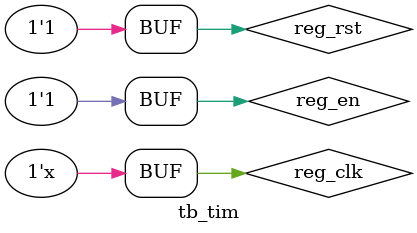
<source format=v>
module tb_tim ();
reg        reg_rst, reg_clk, reg_en;
wire [3:0] wire_tim;

////////////////////////////////
////////   BFM     /////////////
////////////////////////////////
always #5 reg_clk = ~reg_clk;

initial begin
  reg_rst=0; 
  reg_clk=0; 
  reg_en =0; 
  #100; reg_rst=1;
  #100; reg_en=1;
end

tim u_tim (.rst(reg_rst ),
	   .clk(reg_clk ), 
	   .en (reg_en  ), 
	   .tim(wire_tim));
endmodule

</source>
